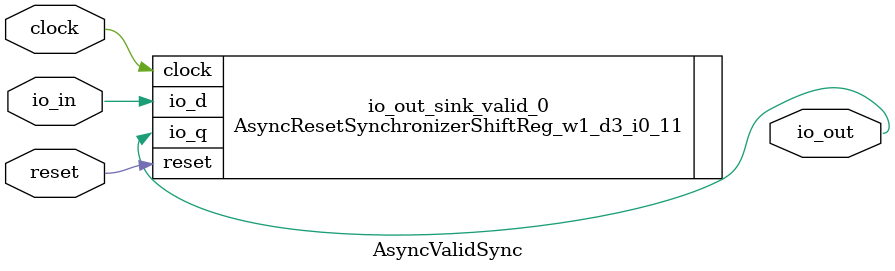
<source format=sv>
`ifndef RANDOMIZE
  `ifdef RANDOMIZE_REG_INIT
    `define RANDOMIZE
  `endif // RANDOMIZE_REG_INIT
`endif // not def RANDOMIZE
`ifndef RANDOMIZE
  `ifdef RANDOMIZE_MEM_INIT
    `define RANDOMIZE
  `endif // RANDOMIZE_MEM_INIT
`endif // not def RANDOMIZE

`ifndef RANDOM
  `define RANDOM $random
`endif // not def RANDOM

// Users can define 'PRINTF_COND' to add an extra gate to prints.
`ifndef PRINTF_COND_
  `ifdef PRINTF_COND
    `define PRINTF_COND_ (`PRINTF_COND)
  `else  // PRINTF_COND
    `define PRINTF_COND_ 1
  `endif // PRINTF_COND
`endif // not def PRINTF_COND_

// Users can define 'ASSERT_VERBOSE_COND' to add an extra gate to assert error printing.
`ifndef ASSERT_VERBOSE_COND_
  `ifdef ASSERT_VERBOSE_COND
    `define ASSERT_VERBOSE_COND_ (`ASSERT_VERBOSE_COND)
  `else  // ASSERT_VERBOSE_COND
    `define ASSERT_VERBOSE_COND_ 1
  `endif // ASSERT_VERBOSE_COND
`endif // not def ASSERT_VERBOSE_COND_

// Users can define 'STOP_COND' to add an extra gate to stop conditions.
`ifndef STOP_COND_
  `ifdef STOP_COND
    `define STOP_COND_ (`STOP_COND)
  `else  // STOP_COND
    `define STOP_COND_ 1
  `endif // STOP_COND
`endif // not def STOP_COND_

// Users can define INIT_RANDOM as general code that gets injected into the
// initializer block for modules with registers.
`ifndef INIT_RANDOM
  `define INIT_RANDOM
`endif // not def INIT_RANDOM

// If using random initialization, you can also define RANDOMIZE_DELAY to
// customize the delay used, otherwise 0.002 is used.
`ifndef RANDOMIZE_DELAY
  `define RANDOMIZE_DELAY 0.002
`endif // not def RANDOMIZE_DELAY

// Define INIT_RANDOM_PROLOG_ for use in our modules below.
`ifndef INIT_RANDOM_PROLOG_
  `ifdef RANDOMIZE
    `ifdef VERILATOR
      `define INIT_RANDOM_PROLOG_ `INIT_RANDOM
    `else  // VERILATOR
      `define INIT_RANDOM_PROLOG_ `INIT_RANDOM #`RANDOMIZE_DELAY begin end
    `endif // VERILATOR
  `else  // RANDOMIZE
    `define INIT_RANDOM_PROLOG_
  `endif // RANDOMIZE
`endif // not def INIT_RANDOM_PROLOG_

module AsyncValidSync(
  input  io_in,
         clock,
         reset,
  output io_out
);

  AsyncResetSynchronizerShiftReg_w1_d3_i0_11 io_out_sink_valid_0 (	// @[ShiftReg.scala:45:23]
    .clock (clock),
    .reset (reset),
    .io_d  (io_in),
    .io_q  (io_out)
  );
endmodule


</source>
